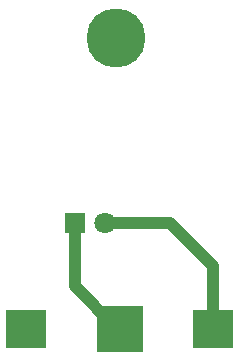
<source format=gbr>
G04 #@! TF.GenerationSoftware,KiCad,Pcbnew,(5.0.0-rc2-dev-321-g78161b592)*
G04 #@! TF.CreationDate,2018-09-15T23:15:39-06:00*
G04 #@! TF.ProjectId,trevor,747265766F722E6B696361645F706362,rev?*
G04 #@! TF.SameCoordinates,Original*
G04 #@! TF.FileFunction,Copper,L2,Bot,Signal*
G04 #@! TF.FilePolarity,Positive*
%FSLAX46Y46*%
G04 Gerber Fmt 4.6, Leading zero omitted, Abs format (unit mm)*
G04 Created by KiCad (PCBNEW (5.0.0-rc2-dev-321-g78161b592)) date 09/15/18 23:15:39*
%MOMM*%
%LPD*%
G01*
G04 APERTURE LIST*
%ADD10R,3.500000X3.300000*%
%ADD11R,4.000000X4.000000*%
%ADD12R,1.800000X1.800000*%
%ADD13C,1.800000*%
%ADD14C,5.000000*%
%ADD15C,1.000000*%
G04 APERTURE END LIST*
D10*
X100200000Y-80000000D03*
X84400000Y-80000000D03*
D11*
X92300000Y-80000000D03*
D12*
X88500000Y-71050000D03*
D13*
X91040000Y-71050000D03*
D14*
X92000000Y-55350000D03*
D15*
X96600000Y-71050000D02*
X100200000Y-74650000D01*
X100200000Y-74650000D02*
X100200000Y-80000000D01*
X91040000Y-71050000D02*
X96600000Y-71050000D01*
X92100000Y-80000000D02*
X88500000Y-76400000D01*
X88500000Y-76400000D02*
X88500000Y-71050000D01*
X92300000Y-80000000D02*
X92100000Y-80000000D01*
M02*

</source>
